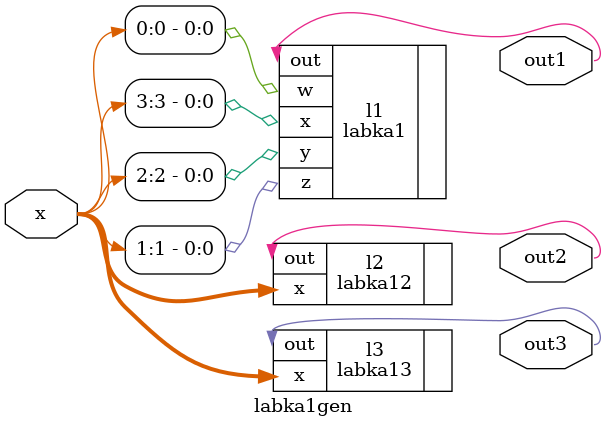
<source format=v>
module labka1gen(x, out1, out2, out3);
input [3:0] x;
output out1, out2, out3;

labka1 l1(.x(x[3]), .y(x[2]), .z(x[1]), .w(x[0]), .out(out1));
labka12 l2(.x(x), .out(out2));
labka13 l3(.x(x), .out(out3));

endmodule

</source>
